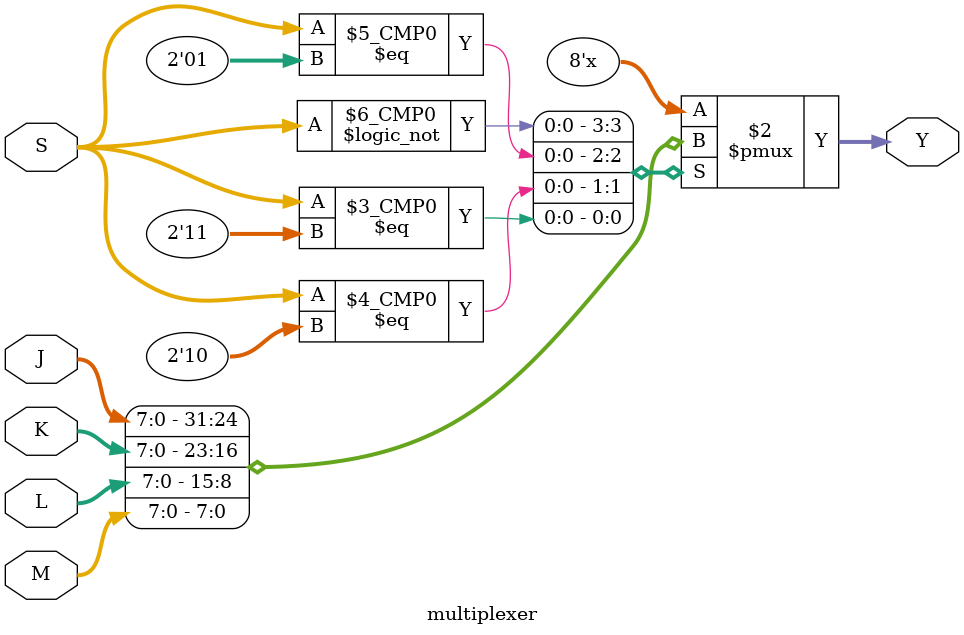
<source format=v>
`timescale 1ns / 1ps


module multiplexer(
    input [7:0] J,
    input [7:0] K,
    input [7:0] L,
    input [7:0] M,
    input [1:0] S,
    output reg [7:0] Y
    );
    
    always @(*) begin
        case(S)
            2'b00: Y = J;
            2'b01: Y = K;
            2'b10: Y = L;
            2'b11: Y = M;
            default: Y = 8'b00000000;
        endcase
    end //always
endmodule

</source>
